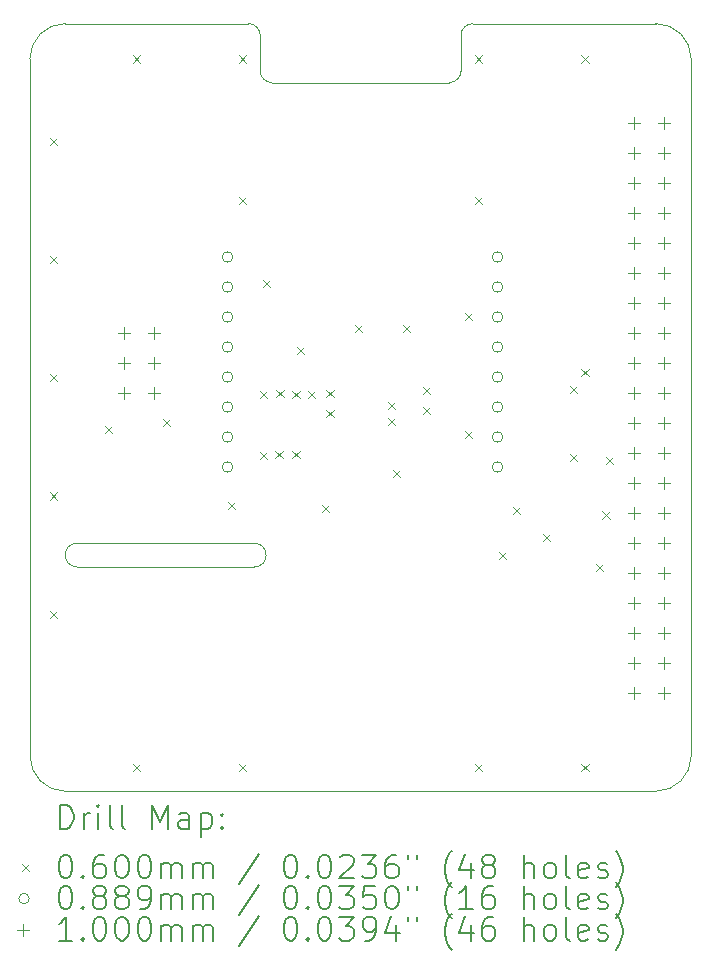
<source format=gbr>
%TF.GenerationSoftware,KiCad,Pcbnew,8.0.7+1*%
%TF.CreationDate,2025-02-19T14:48:12+01:00*%
%TF.ProjectId,ts15-rpi-shield,74733135-2d72-4706-992d-736869656c64,rev?*%
%TF.SameCoordinates,Original*%
%TF.FileFunction,Drillmap*%
%TF.FilePolarity,Positive*%
%FSLAX45Y45*%
G04 Gerber Fmt 4.5, Leading zero omitted, Abs format (unit mm)*
G04 Created by KiCad (PCBNEW 8.0.7+1) date 2025-02-19 14:48:12*
%MOMM*%
%LPD*%
G01*
G04 APERTURE LIST*
%ADD10C,0.100000*%
%ADD11C,0.200000*%
G04 APERTURE END LIST*
D10*
X11250000Y-7300000D02*
X11250000Y-13200000D01*
X13100000Y-7000000D02*
X11550000Y-7000000D01*
X13150000Y-11400000D02*
X11650000Y-11400000D01*
X13150000Y-11600000D02*
X11650000Y-11600000D01*
X13200000Y-7100000D02*
X13200000Y-7400000D01*
X14800000Y-7500000D02*
X13300000Y-7500000D01*
X14900000Y-7100000D02*
X14900000Y-7400000D01*
X16550000Y-7000000D02*
X15000000Y-7000000D01*
X16550000Y-13500000D02*
X11550000Y-13500000D01*
X16850000Y-7300000D02*
X16850000Y-13200000D01*
X11250000Y-7300000D02*
G75*
G02*
X11550000Y-7000000I300000J0D01*
G01*
X11550000Y-13500000D02*
G75*
G02*
X11250000Y-13200000I0J300000D01*
G01*
X11650000Y-11600000D02*
G75*
G02*
X11650000Y-11400000I0J100000D01*
G01*
X13100000Y-7000000D02*
G75*
G02*
X13200000Y-7100000I0J-100000D01*
G01*
X13150000Y-11400000D02*
G75*
G02*
X13150000Y-11600000I0J-100000D01*
G01*
X13300000Y-7500000D02*
G75*
G02*
X13200000Y-7400000I0J100000D01*
G01*
X14900000Y-7100000D02*
G75*
G02*
X15000000Y-7000000I100000J0D01*
G01*
X14900000Y-7400000D02*
G75*
G02*
X14800000Y-7500000I-100000J0D01*
G01*
X16550000Y-7000000D02*
G75*
G02*
X16850000Y-7300000I0J-300000D01*
G01*
X16850000Y-13200000D02*
G75*
G02*
X16550000Y-13500000I-300000J0D01*
G01*
D11*
D10*
X11420000Y-7970000D02*
X11480000Y-8030000D01*
X11480000Y-7970000D02*
X11420000Y-8030000D01*
X11420000Y-8970000D02*
X11480000Y-9030000D01*
X11480000Y-8970000D02*
X11420000Y-9030000D01*
X11420000Y-9970000D02*
X11480000Y-10030000D01*
X11480000Y-9970000D02*
X11420000Y-10030000D01*
X11420000Y-10970000D02*
X11480000Y-11030000D01*
X11480000Y-10970000D02*
X11420000Y-11030000D01*
X11420000Y-11970000D02*
X11480000Y-12030000D01*
X11480000Y-11970000D02*
X11420000Y-12030000D01*
X11887000Y-10408000D02*
X11947000Y-10468000D01*
X11947000Y-10408000D02*
X11887000Y-10468000D01*
X12120000Y-7270000D02*
X12180000Y-7330000D01*
X12180000Y-7270000D02*
X12120000Y-7330000D01*
X12120000Y-13270000D02*
X12180000Y-13330000D01*
X12180000Y-13270000D02*
X12120000Y-13330000D01*
X12376000Y-10351000D02*
X12436000Y-10411000D01*
X12436000Y-10351000D02*
X12376000Y-10411000D01*
X12930000Y-11050000D02*
X12990000Y-11110000D01*
X12990000Y-11050000D02*
X12930000Y-11110000D01*
X13020000Y-7270000D02*
X13080000Y-7330000D01*
X13080000Y-7270000D02*
X13020000Y-7330000D01*
X13020000Y-8470000D02*
X13080000Y-8530000D01*
X13080000Y-8470000D02*
X13020000Y-8530000D01*
X13020000Y-13270000D02*
X13080000Y-13330000D01*
X13080000Y-13270000D02*
X13020000Y-13330000D01*
X13198000Y-10108000D02*
X13258000Y-10168000D01*
X13258000Y-10108000D02*
X13198000Y-10168000D01*
X13198000Y-10627000D02*
X13258000Y-10687000D01*
X13258000Y-10627000D02*
X13198000Y-10687000D01*
X13220000Y-9170000D02*
X13280000Y-9230000D01*
X13280000Y-9170000D02*
X13220000Y-9230000D01*
X13329500Y-10622500D02*
X13389500Y-10682500D01*
X13389500Y-10622500D02*
X13329500Y-10682500D01*
X13338000Y-10105000D02*
X13398000Y-10165000D01*
X13398000Y-10105000D02*
X13338000Y-10165000D01*
X13473000Y-10112000D02*
X13533000Y-10172000D01*
X13533000Y-10112000D02*
X13473000Y-10172000D01*
X13473000Y-10621000D02*
X13533000Y-10681000D01*
X13533000Y-10621000D02*
X13473000Y-10681000D01*
X13515000Y-9737000D02*
X13575000Y-9797000D01*
X13575000Y-9737000D02*
X13515000Y-9797000D01*
X13607000Y-10112000D02*
X13667000Y-10172000D01*
X13667000Y-10112000D02*
X13607000Y-10172000D01*
X13720000Y-11073000D02*
X13780000Y-11133000D01*
X13780000Y-11073000D02*
X13720000Y-11133000D01*
X13761000Y-10106000D02*
X13821000Y-10166000D01*
X13821000Y-10106000D02*
X13761000Y-10166000D01*
X13761000Y-10275000D02*
X13821000Y-10335000D01*
X13821000Y-10275000D02*
X13761000Y-10335000D01*
X14001000Y-9551000D02*
X14061000Y-9611000D01*
X14061000Y-9551000D02*
X14001000Y-9611000D01*
X14283000Y-10205000D02*
X14343000Y-10265000D01*
X14343000Y-10205000D02*
X14283000Y-10265000D01*
X14283000Y-10336000D02*
X14343000Y-10396000D01*
X14343000Y-10336000D02*
X14283000Y-10396000D01*
X14321000Y-10777000D02*
X14381000Y-10837000D01*
X14381000Y-10777000D02*
X14321000Y-10837000D01*
X14405000Y-9550000D02*
X14465000Y-9610000D01*
X14465000Y-9550000D02*
X14405000Y-9610000D01*
X14578000Y-10076000D02*
X14638000Y-10136000D01*
X14638000Y-10076000D02*
X14578000Y-10136000D01*
X14578000Y-10250000D02*
X14638000Y-10310000D01*
X14638000Y-10250000D02*
X14578000Y-10310000D01*
X14930000Y-9450000D02*
X14990000Y-9510000D01*
X14990000Y-9450000D02*
X14930000Y-9510000D01*
X14930000Y-10450000D02*
X14990000Y-10510000D01*
X14990000Y-10450000D02*
X14930000Y-10510000D01*
X15020000Y-7270000D02*
X15080000Y-7330000D01*
X15080000Y-7270000D02*
X15020000Y-7330000D01*
X15020000Y-8470000D02*
X15080000Y-8530000D01*
X15080000Y-8470000D02*
X15020000Y-8530000D01*
X15020000Y-13270000D02*
X15080000Y-13330000D01*
X15080000Y-13270000D02*
X15020000Y-13330000D01*
X15220000Y-11470000D02*
X15280000Y-11530000D01*
X15280000Y-11470000D02*
X15220000Y-11530000D01*
X15338000Y-11093000D02*
X15398000Y-11153000D01*
X15398000Y-11093000D02*
X15338000Y-11153000D01*
X15595000Y-11320000D02*
X15655000Y-11380000D01*
X15655000Y-11320000D02*
X15595000Y-11380000D01*
X15820000Y-10070000D02*
X15880000Y-10130000D01*
X15880000Y-10070000D02*
X15820000Y-10130000D01*
X15820000Y-10645000D02*
X15880000Y-10705000D01*
X15880000Y-10645000D02*
X15820000Y-10705000D01*
X15920000Y-7270000D02*
X15980000Y-7330000D01*
X15980000Y-7270000D02*
X15920000Y-7330000D01*
X15920000Y-9924000D02*
X15980000Y-9984000D01*
X15980000Y-9924000D02*
X15920000Y-9984000D01*
X15920000Y-13270000D02*
X15980000Y-13330000D01*
X15980000Y-13270000D02*
X15920000Y-13330000D01*
X16039000Y-11576000D02*
X16099000Y-11636000D01*
X16099000Y-11576000D02*
X16039000Y-11636000D01*
X16098000Y-11131000D02*
X16158000Y-11191000D01*
X16158000Y-11131000D02*
X16098000Y-11191000D01*
X16124000Y-10667000D02*
X16184000Y-10727000D01*
X16184000Y-10667000D02*
X16124000Y-10727000D01*
X12968450Y-8977000D02*
G75*
G02*
X12879550Y-8977000I-44450J0D01*
G01*
X12879550Y-8977000D02*
G75*
G02*
X12968450Y-8977000I44450J0D01*
G01*
X12968450Y-9231000D02*
G75*
G02*
X12879550Y-9231000I-44450J0D01*
G01*
X12879550Y-9231000D02*
G75*
G02*
X12968450Y-9231000I44450J0D01*
G01*
X12968450Y-9485000D02*
G75*
G02*
X12879550Y-9485000I-44450J0D01*
G01*
X12879550Y-9485000D02*
G75*
G02*
X12968450Y-9485000I44450J0D01*
G01*
X12968450Y-9739000D02*
G75*
G02*
X12879550Y-9739000I-44450J0D01*
G01*
X12879550Y-9739000D02*
G75*
G02*
X12968450Y-9739000I44450J0D01*
G01*
X12968450Y-9993000D02*
G75*
G02*
X12879550Y-9993000I-44450J0D01*
G01*
X12879550Y-9993000D02*
G75*
G02*
X12968450Y-9993000I44450J0D01*
G01*
X12968450Y-10247000D02*
G75*
G02*
X12879550Y-10247000I-44450J0D01*
G01*
X12879550Y-10247000D02*
G75*
G02*
X12968450Y-10247000I44450J0D01*
G01*
X12968450Y-10501000D02*
G75*
G02*
X12879550Y-10501000I-44450J0D01*
G01*
X12879550Y-10501000D02*
G75*
G02*
X12968450Y-10501000I44450J0D01*
G01*
X12968450Y-10755000D02*
G75*
G02*
X12879550Y-10755000I-44450J0D01*
G01*
X12879550Y-10755000D02*
G75*
G02*
X12968450Y-10755000I44450J0D01*
G01*
X15254450Y-8977000D02*
G75*
G02*
X15165550Y-8977000I-44450J0D01*
G01*
X15165550Y-8977000D02*
G75*
G02*
X15254450Y-8977000I44450J0D01*
G01*
X15254450Y-9231000D02*
G75*
G02*
X15165550Y-9231000I-44450J0D01*
G01*
X15165550Y-9231000D02*
G75*
G02*
X15254450Y-9231000I44450J0D01*
G01*
X15254450Y-9485000D02*
G75*
G02*
X15165550Y-9485000I-44450J0D01*
G01*
X15165550Y-9485000D02*
G75*
G02*
X15254450Y-9485000I44450J0D01*
G01*
X15254450Y-9739000D02*
G75*
G02*
X15165550Y-9739000I-44450J0D01*
G01*
X15165550Y-9739000D02*
G75*
G02*
X15254450Y-9739000I44450J0D01*
G01*
X15254450Y-9993000D02*
G75*
G02*
X15165550Y-9993000I-44450J0D01*
G01*
X15165550Y-9993000D02*
G75*
G02*
X15254450Y-9993000I44450J0D01*
G01*
X15254450Y-10247000D02*
G75*
G02*
X15165550Y-10247000I-44450J0D01*
G01*
X15165550Y-10247000D02*
G75*
G02*
X15254450Y-10247000I44450J0D01*
G01*
X15254450Y-10501000D02*
G75*
G02*
X15165550Y-10501000I-44450J0D01*
G01*
X15165550Y-10501000D02*
G75*
G02*
X15254450Y-10501000I44450J0D01*
G01*
X15254450Y-10755000D02*
G75*
G02*
X15165550Y-10755000I-44450J0D01*
G01*
X15165550Y-10755000D02*
G75*
G02*
X15254450Y-10755000I44450J0D01*
G01*
X12047500Y-9569500D02*
X12047500Y-9669500D01*
X11997500Y-9619500D02*
X12097500Y-9619500D01*
X12047500Y-9823500D02*
X12047500Y-9923500D01*
X11997500Y-9873500D02*
X12097500Y-9873500D01*
X12047500Y-10077500D02*
X12047500Y-10177500D01*
X11997500Y-10127500D02*
X12097500Y-10127500D01*
X12301500Y-9569500D02*
X12301500Y-9669500D01*
X12251500Y-9619500D02*
X12351500Y-9619500D01*
X12301500Y-9823500D02*
X12301500Y-9923500D01*
X12251500Y-9873500D02*
X12351500Y-9873500D01*
X12301500Y-10077500D02*
X12301500Y-10177500D01*
X12251500Y-10127500D02*
X12351500Y-10127500D01*
X16362200Y-7790000D02*
X16362200Y-7890000D01*
X16312200Y-7840000D02*
X16412200Y-7840000D01*
X16362200Y-8044000D02*
X16362200Y-8144000D01*
X16312200Y-8094000D02*
X16412200Y-8094000D01*
X16362200Y-8298000D02*
X16362200Y-8398000D01*
X16312200Y-8348000D02*
X16412200Y-8348000D01*
X16362200Y-8552000D02*
X16362200Y-8652000D01*
X16312200Y-8602000D02*
X16412200Y-8602000D01*
X16362200Y-8806000D02*
X16362200Y-8906000D01*
X16312200Y-8856000D02*
X16412200Y-8856000D01*
X16362200Y-9060000D02*
X16362200Y-9160000D01*
X16312200Y-9110000D02*
X16412200Y-9110000D01*
X16362200Y-9314000D02*
X16362200Y-9414000D01*
X16312200Y-9364000D02*
X16412200Y-9364000D01*
X16362200Y-9568000D02*
X16362200Y-9668000D01*
X16312200Y-9618000D02*
X16412200Y-9618000D01*
X16362200Y-9822000D02*
X16362200Y-9922000D01*
X16312200Y-9872000D02*
X16412200Y-9872000D01*
X16362200Y-10076000D02*
X16362200Y-10176000D01*
X16312200Y-10126000D02*
X16412200Y-10126000D01*
X16362200Y-10330000D02*
X16362200Y-10430000D01*
X16312200Y-10380000D02*
X16412200Y-10380000D01*
X16362200Y-10584000D02*
X16362200Y-10684000D01*
X16312200Y-10634000D02*
X16412200Y-10634000D01*
X16362200Y-10838000D02*
X16362200Y-10938000D01*
X16312200Y-10888000D02*
X16412200Y-10888000D01*
X16362200Y-11092000D02*
X16362200Y-11192000D01*
X16312200Y-11142000D02*
X16412200Y-11142000D01*
X16362200Y-11346000D02*
X16362200Y-11446000D01*
X16312200Y-11396000D02*
X16412200Y-11396000D01*
X16362200Y-11600000D02*
X16362200Y-11700000D01*
X16312200Y-11650000D02*
X16412200Y-11650000D01*
X16362200Y-11854000D02*
X16362200Y-11954000D01*
X16312200Y-11904000D02*
X16412200Y-11904000D01*
X16362200Y-12108000D02*
X16362200Y-12208000D01*
X16312200Y-12158000D02*
X16412200Y-12158000D01*
X16362200Y-12362000D02*
X16362200Y-12462000D01*
X16312200Y-12412000D02*
X16412200Y-12412000D01*
X16362200Y-12616000D02*
X16362200Y-12716000D01*
X16312200Y-12666000D02*
X16412200Y-12666000D01*
X16616200Y-7790000D02*
X16616200Y-7890000D01*
X16566200Y-7840000D02*
X16666200Y-7840000D01*
X16616200Y-8044000D02*
X16616200Y-8144000D01*
X16566200Y-8094000D02*
X16666200Y-8094000D01*
X16616200Y-8298000D02*
X16616200Y-8398000D01*
X16566200Y-8348000D02*
X16666200Y-8348000D01*
X16616200Y-8552000D02*
X16616200Y-8652000D01*
X16566200Y-8602000D02*
X16666200Y-8602000D01*
X16616200Y-8806000D02*
X16616200Y-8906000D01*
X16566200Y-8856000D02*
X16666200Y-8856000D01*
X16616200Y-9060000D02*
X16616200Y-9160000D01*
X16566200Y-9110000D02*
X16666200Y-9110000D01*
X16616200Y-9314000D02*
X16616200Y-9414000D01*
X16566200Y-9364000D02*
X16666200Y-9364000D01*
X16616200Y-9568000D02*
X16616200Y-9668000D01*
X16566200Y-9618000D02*
X16666200Y-9618000D01*
X16616200Y-9822000D02*
X16616200Y-9922000D01*
X16566200Y-9872000D02*
X16666200Y-9872000D01*
X16616200Y-10076000D02*
X16616200Y-10176000D01*
X16566200Y-10126000D02*
X16666200Y-10126000D01*
X16616200Y-10330000D02*
X16616200Y-10430000D01*
X16566200Y-10380000D02*
X16666200Y-10380000D01*
X16616200Y-10584000D02*
X16616200Y-10684000D01*
X16566200Y-10634000D02*
X16666200Y-10634000D01*
X16616200Y-10838000D02*
X16616200Y-10938000D01*
X16566200Y-10888000D02*
X16666200Y-10888000D01*
X16616200Y-11092000D02*
X16616200Y-11192000D01*
X16566200Y-11142000D02*
X16666200Y-11142000D01*
X16616200Y-11346000D02*
X16616200Y-11446000D01*
X16566200Y-11396000D02*
X16666200Y-11396000D01*
X16616200Y-11600000D02*
X16616200Y-11700000D01*
X16566200Y-11650000D02*
X16666200Y-11650000D01*
X16616200Y-11854000D02*
X16616200Y-11954000D01*
X16566200Y-11904000D02*
X16666200Y-11904000D01*
X16616200Y-12108000D02*
X16616200Y-12208000D01*
X16566200Y-12158000D02*
X16666200Y-12158000D01*
X16616200Y-12362000D02*
X16616200Y-12462000D01*
X16566200Y-12412000D02*
X16666200Y-12412000D01*
X16616200Y-12616000D02*
X16616200Y-12716000D01*
X16566200Y-12666000D02*
X16666200Y-12666000D01*
D11*
X11505777Y-13816484D02*
X11505777Y-13616484D01*
X11505777Y-13616484D02*
X11553396Y-13616484D01*
X11553396Y-13616484D02*
X11581967Y-13626008D01*
X11581967Y-13626008D02*
X11601015Y-13645055D01*
X11601015Y-13645055D02*
X11610539Y-13664103D01*
X11610539Y-13664103D02*
X11620062Y-13702198D01*
X11620062Y-13702198D02*
X11620062Y-13730769D01*
X11620062Y-13730769D02*
X11610539Y-13768865D01*
X11610539Y-13768865D02*
X11601015Y-13787912D01*
X11601015Y-13787912D02*
X11581967Y-13806960D01*
X11581967Y-13806960D02*
X11553396Y-13816484D01*
X11553396Y-13816484D02*
X11505777Y-13816484D01*
X11705777Y-13816484D02*
X11705777Y-13683150D01*
X11705777Y-13721246D02*
X11715301Y-13702198D01*
X11715301Y-13702198D02*
X11724824Y-13692674D01*
X11724824Y-13692674D02*
X11743872Y-13683150D01*
X11743872Y-13683150D02*
X11762920Y-13683150D01*
X11829586Y-13816484D02*
X11829586Y-13683150D01*
X11829586Y-13616484D02*
X11820062Y-13626008D01*
X11820062Y-13626008D02*
X11829586Y-13635531D01*
X11829586Y-13635531D02*
X11839110Y-13626008D01*
X11839110Y-13626008D02*
X11829586Y-13616484D01*
X11829586Y-13616484D02*
X11829586Y-13635531D01*
X11953396Y-13816484D02*
X11934348Y-13806960D01*
X11934348Y-13806960D02*
X11924824Y-13787912D01*
X11924824Y-13787912D02*
X11924824Y-13616484D01*
X12058158Y-13816484D02*
X12039110Y-13806960D01*
X12039110Y-13806960D02*
X12029586Y-13787912D01*
X12029586Y-13787912D02*
X12029586Y-13616484D01*
X12286729Y-13816484D02*
X12286729Y-13616484D01*
X12286729Y-13616484D02*
X12353396Y-13759341D01*
X12353396Y-13759341D02*
X12420062Y-13616484D01*
X12420062Y-13616484D02*
X12420062Y-13816484D01*
X12601015Y-13816484D02*
X12601015Y-13711722D01*
X12601015Y-13711722D02*
X12591491Y-13692674D01*
X12591491Y-13692674D02*
X12572443Y-13683150D01*
X12572443Y-13683150D02*
X12534348Y-13683150D01*
X12534348Y-13683150D02*
X12515301Y-13692674D01*
X12601015Y-13806960D02*
X12581967Y-13816484D01*
X12581967Y-13816484D02*
X12534348Y-13816484D01*
X12534348Y-13816484D02*
X12515301Y-13806960D01*
X12515301Y-13806960D02*
X12505777Y-13787912D01*
X12505777Y-13787912D02*
X12505777Y-13768865D01*
X12505777Y-13768865D02*
X12515301Y-13749817D01*
X12515301Y-13749817D02*
X12534348Y-13740293D01*
X12534348Y-13740293D02*
X12581967Y-13740293D01*
X12581967Y-13740293D02*
X12601015Y-13730769D01*
X12696253Y-13683150D02*
X12696253Y-13883150D01*
X12696253Y-13692674D02*
X12715301Y-13683150D01*
X12715301Y-13683150D02*
X12753396Y-13683150D01*
X12753396Y-13683150D02*
X12772443Y-13692674D01*
X12772443Y-13692674D02*
X12781967Y-13702198D01*
X12781967Y-13702198D02*
X12791491Y-13721246D01*
X12791491Y-13721246D02*
X12791491Y-13778388D01*
X12791491Y-13778388D02*
X12781967Y-13797436D01*
X12781967Y-13797436D02*
X12772443Y-13806960D01*
X12772443Y-13806960D02*
X12753396Y-13816484D01*
X12753396Y-13816484D02*
X12715301Y-13816484D01*
X12715301Y-13816484D02*
X12696253Y-13806960D01*
X12877205Y-13797436D02*
X12886729Y-13806960D01*
X12886729Y-13806960D02*
X12877205Y-13816484D01*
X12877205Y-13816484D02*
X12867682Y-13806960D01*
X12867682Y-13806960D02*
X12877205Y-13797436D01*
X12877205Y-13797436D02*
X12877205Y-13816484D01*
X12877205Y-13692674D02*
X12886729Y-13702198D01*
X12886729Y-13702198D02*
X12877205Y-13711722D01*
X12877205Y-13711722D02*
X12867682Y-13702198D01*
X12867682Y-13702198D02*
X12877205Y-13692674D01*
X12877205Y-13692674D02*
X12877205Y-13711722D01*
D10*
X11185000Y-14115000D02*
X11245000Y-14175000D01*
X11245000Y-14115000D02*
X11185000Y-14175000D01*
D11*
X11543872Y-14036484D02*
X11562920Y-14036484D01*
X11562920Y-14036484D02*
X11581967Y-14046008D01*
X11581967Y-14046008D02*
X11591491Y-14055531D01*
X11591491Y-14055531D02*
X11601015Y-14074579D01*
X11601015Y-14074579D02*
X11610539Y-14112674D01*
X11610539Y-14112674D02*
X11610539Y-14160293D01*
X11610539Y-14160293D02*
X11601015Y-14198388D01*
X11601015Y-14198388D02*
X11591491Y-14217436D01*
X11591491Y-14217436D02*
X11581967Y-14226960D01*
X11581967Y-14226960D02*
X11562920Y-14236484D01*
X11562920Y-14236484D02*
X11543872Y-14236484D01*
X11543872Y-14236484D02*
X11524824Y-14226960D01*
X11524824Y-14226960D02*
X11515301Y-14217436D01*
X11515301Y-14217436D02*
X11505777Y-14198388D01*
X11505777Y-14198388D02*
X11496253Y-14160293D01*
X11496253Y-14160293D02*
X11496253Y-14112674D01*
X11496253Y-14112674D02*
X11505777Y-14074579D01*
X11505777Y-14074579D02*
X11515301Y-14055531D01*
X11515301Y-14055531D02*
X11524824Y-14046008D01*
X11524824Y-14046008D02*
X11543872Y-14036484D01*
X11696253Y-14217436D02*
X11705777Y-14226960D01*
X11705777Y-14226960D02*
X11696253Y-14236484D01*
X11696253Y-14236484D02*
X11686729Y-14226960D01*
X11686729Y-14226960D02*
X11696253Y-14217436D01*
X11696253Y-14217436D02*
X11696253Y-14236484D01*
X11877205Y-14036484D02*
X11839110Y-14036484D01*
X11839110Y-14036484D02*
X11820062Y-14046008D01*
X11820062Y-14046008D02*
X11810539Y-14055531D01*
X11810539Y-14055531D02*
X11791491Y-14084103D01*
X11791491Y-14084103D02*
X11781967Y-14122198D01*
X11781967Y-14122198D02*
X11781967Y-14198388D01*
X11781967Y-14198388D02*
X11791491Y-14217436D01*
X11791491Y-14217436D02*
X11801015Y-14226960D01*
X11801015Y-14226960D02*
X11820062Y-14236484D01*
X11820062Y-14236484D02*
X11858158Y-14236484D01*
X11858158Y-14236484D02*
X11877205Y-14226960D01*
X11877205Y-14226960D02*
X11886729Y-14217436D01*
X11886729Y-14217436D02*
X11896253Y-14198388D01*
X11896253Y-14198388D02*
X11896253Y-14150769D01*
X11896253Y-14150769D02*
X11886729Y-14131722D01*
X11886729Y-14131722D02*
X11877205Y-14122198D01*
X11877205Y-14122198D02*
X11858158Y-14112674D01*
X11858158Y-14112674D02*
X11820062Y-14112674D01*
X11820062Y-14112674D02*
X11801015Y-14122198D01*
X11801015Y-14122198D02*
X11791491Y-14131722D01*
X11791491Y-14131722D02*
X11781967Y-14150769D01*
X12020062Y-14036484D02*
X12039110Y-14036484D01*
X12039110Y-14036484D02*
X12058158Y-14046008D01*
X12058158Y-14046008D02*
X12067682Y-14055531D01*
X12067682Y-14055531D02*
X12077205Y-14074579D01*
X12077205Y-14074579D02*
X12086729Y-14112674D01*
X12086729Y-14112674D02*
X12086729Y-14160293D01*
X12086729Y-14160293D02*
X12077205Y-14198388D01*
X12077205Y-14198388D02*
X12067682Y-14217436D01*
X12067682Y-14217436D02*
X12058158Y-14226960D01*
X12058158Y-14226960D02*
X12039110Y-14236484D01*
X12039110Y-14236484D02*
X12020062Y-14236484D01*
X12020062Y-14236484D02*
X12001015Y-14226960D01*
X12001015Y-14226960D02*
X11991491Y-14217436D01*
X11991491Y-14217436D02*
X11981967Y-14198388D01*
X11981967Y-14198388D02*
X11972443Y-14160293D01*
X11972443Y-14160293D02*
X11972443Y-14112674D01*
X11972443Y-14112674D02*
X11981967Y-14074579D01*
X11981967Y-14074579D02*
X11991491Y-14055531D01*
X11991491Y-14055531D02*
X12001015Y-14046008D01*
X12001015Y-14046008D02*
X12020062Y-14036484D01*
X12210539Y-14036484D02*
X12229586Y-14036484D01*
X12229586Y-14036484D02*
X12248634Y-14046008D01*
X12248634Y-14046008D02*
X12258158Y-14055531D01*
X12258158Y-14055531D02*
X12267682Y-14074579D01*
X12267682Y-14074579D02*
X12277205Y-14112674D01*
X12277205Y-14112674D02*
X12277205Y-14160293D01*
X12277205Y-14160293D02*
X12267682Y-14198388D01*
X12267682Y-14198388D02*
X12258158Y-14217436D01*
X12258158Y-14217436D02*
X12248634Y-14226960D01*
X12248634Y-14226960D02*
X12229586Y-14236484D01*
X12229586Y-14236484D02*
X12210539Y-14236484D01*
X12210539Y-14236484D02*
X12191491Y-14226960D01*
X12191491Y-14226960D02*
X12181967Y-14217436D01*
X12181967Y-14217436D02*
X12172443Y-14198388D01*
X12172443Y-14198388D02*
X12162920Y-14160293D01*
X12162920Y-14160293D02*
X12162920Y-14112674D01*
X12162920Y-14112674D02*
X12172443Y-14074579D01*
X12172443Y-14074579D02*
X12181967Y-14055531D01*
X12181967Y-14055531D02*
X12191491Y-14046008D01*
X12191491Y-14046008D02*
X12210539Y-14036484D01*
X12362920Y-14236484D02*
X12362920Y-14103150D01*
X12362920Y-14122198D02*
X12372443Y-14112674D01*
X12372443Y-14112674D02*
X12391491Y-14103150D01*
X12391491Y-14103150D02*
X12420063Y-14103150D01*
X12420063Y-14103150D02*
X12439110Y-14112674D01*
X12439110Y-14112674D02*
X12448634Y-14131722D01*
X12448634Y-14131722D02*
X12448634Y-14236484D01*
X12448634Y-14131722D02*
X12458158Y-14112674D01*
X12458158Y-14112674D02*
X12477205Y-14103150D01*
X12477205Y-14103150D02*
X12505777Y-14103150D01*
X12505777Y-14103150D02*
X12524824Y-14112674D01*
X12524824Y-14112674D02*
X12534348Y-14131722D01*
X12534348Y-14131722D02*
X12534348Y-14236484D01*
X12629586Y-14236484D02*
X12629586Y-14103150D01*
X12629586Y-14122198D02*
X12639110Y-14112674D01*
X12639110Y-14112674D02*
X12658158Y-14103150D01*
X12658158Y-14103150D02*
X12686729Y-14103150D01*
X12686729Y-14103150D02*
X12705777Y-14112674D01*
X12705777Y-14112674D02*
X12715301Y-14131722D01*
X12715301Y-14131722D02*
X12715301Y-14236484D01*
X12715301Y-14131722D02*
X12724824Y-14112674D01*
X12724824Y-14112674D02*
X12743872Y-14103150D01*
X12743872Y-14103150D02*
X12772443Y-14103150D01*
X12772443Y-14103150D02*
X12791491Y-14112674D01*
X12791491Y-14112674D02*
X12801015Y-14131722D01*
X12801015Y-14131722D02*
X12801015Y-14236484D01*
X13191491Y-14026960D02*
X13020063Y-14284103D01*
X13448634Y-14036484D02*
X13467682Y-14036484D01*
X13467682Y-14036484D02*
X13486729Y-14046008D01*
X13486729Y-14046008D02*
X13496253Y-14055531D01*
X13496253Y-14055531D02*
X13505777Y-14074579D01*
X13505777Y-14074579D02*
X13515301Y-14112674D01*
X13515301Y-14112674D02*
X13515301Y-14160293D01*
X13515301Y-14160293D02*
X13505777Y-14198388D01*
X13505777Y-14198388D02*
X13496253Y-14217436D01*
X13496253Y-14217436D02*
X13486729Y-14226960D01*
X13486729Y-14226960D02*
X13467682Y-14236484D01*
X13467682Y-14236484D02*
X13448634Y-14236484D01*
X13448634Y-14236484D02*
X13429586Y-14226960D01*
X13429586Y-14226960D02*
X13420063Y-14217436D01*
X13420063Y-14217436D02*
X13410539Y-14198388D01*
X13410539Y-14198388D02*
X13401015Y-14160293D01*
X13401015Y-14160293D02*
X13401015Y-14112674D01*
X13401015Y-14112674D02*
X13410539Y-14074579D01*
X13410539Y-14074579D02*
X13420063Y-14055531D01*
X13420063Y-14055531D02*
X13429586Y-14046008D01*
X13429586Y-14046008D02*
X13448634Y-14036484D01*
X13601015Y-14217436D02*
X13610539Y-14226960D01*
X13610539Y-14226960D02*
X13601015Y-14236484D01*
X13601015Y-14236484D02*
X13591491Y-14226960D01*
X13591491Y-14226960D02*
X13601015Y-14217436D01*
X13601015Y-14217436D02*
X13601015Y-14236484D01*
X13734348Y-14036484D02*
X13753396Y-14036484D01*
X13753396Y-14036484D02*
X13772444Y-14046008D01*
X13772444Y-14046008D02*
X13781967Y-14055531D01*
X13781967Y-14055531D02*
X13791491Y-14074579D01*
X13791491Y-14074579D02*
X13801015Y-14112674D01*
X13801015Y-14112674D02*
X13801015Y-14160293D01*
X13801015Y-14160293D02*
X13791491Y-14198388D01*
X13791491Y-14198388D02*
X13781967Y-14217436D01*
X13781967Y-14217436D02*
X13772444Y-14226960D01*
X13772444Y-14226960D02*
X13753396Y-14236484D01*
X13753396Y-14236484D02*
X13734348Y-14236484D01*
X13734348Y-14236484D02*
X13715301Y-14226960D01*
X13715301Y-14226960D02*
X13705777Y-14217436D01*
X13705777Y-14217436D02*
X13696253Y-14198388D01*
X13696253Y-14198388D02*
X13686729Y-14160293D01*
X13686729Y-14160293D02*
X13686729Y-14112674D01*
X13686729Y-14112674D02*
X13696253Y-14074579D01*
X13696253Y-14074579D02*
X13705777Y-14055531D01*
X13705777Y-14055531D02*
X13715301Y-14046008D01*
X13715301Y-14046008D02*
X13734348Y-14036484D01*
X13877206Y-14055531D02*
X13886729Y-14046008D01*
X13886729Y-14046008D02*
X13905777Y-14036484D01*
X13905777Y-14036484D02*
X13953396Y-14036484D01*
X13953396Y-14036484D02*
X13972444Y-14046008D01*
X13972444Y-14046008D02*
X13981967Y-14055531D01*
X13981967Y-14055531D02*
X13991491Y-14074579D01*
X13991491Y-14074579D02*
X13991491Y-14093627D01*
X13991491Y-14093627D02*
X13981967Y-14122198D01*
X13981967Y-14122198D02*
X13867682Y-14236484D01*
X13867682Y-14236484D02*
X13991491Y-14236484D01*
X14058158Y-14036484D02*
X14181967Y-14036484D01*
X14181967Y-14036484D02*
X14115301Y-14112674D01*
X14115301Y-14112674D02*
X14143872Y-14112674D01*
X14143872Y-14112674D02*
X14162920Y-14122198D01*
X14162920Y-14122198D02*
X14172444Y-14131722D01*
X14172444Y-14131722D02*
X14181967Y-14150769D01*
X14181967Y-14150769D02*
X14181967Y-14198388D01*
X14181967Y-14198388D02*
X14172444Y-14217436D01*
X14172444Y-14217436D02*
X14162920Y-14226960D01*
X14162920Y-14226960D02*
X14143872Y-14236484D01*
X14143872Y-14236484D02*
X14086729Y-14236484D01*
X14086729Y-14236484D02*
X14067682Y-14226960D01*
X14067682Y-14226960D02*
X14058158Y-14217436D01*
X14353396Y-14036484D02*
X14315301Y-14036484D01*
X14315301Y-14036484D02*
X14296253Y-14046008D01*
X14296253Y-14046008D02*
X14286729Y-14055531D01*
X14286729Y-14055531D02*
X14267682Y-14084103D01*
X14267682Y-14084103D02*
X14258158Y-14122198D01*
X14258158Y-14122198D02*
X14258158Y-14198388D01*
X14258158Y-14198388D02*
X14267682Y-14217436D01*
X14267682Y-14217436D02*
X14277206Y-14226960D01*
X14277206Y-14226960D02*
X14296253Y-14236484D01*
X14296253Y-14236484D02*
X14334348Y-14236484D01*
X14334348Y-14236484D02*
X14353396Y-14226960D01*
X14353396Y-14226960D02*
X14362920Y-14217436D01*
X14362920Y-14217436D02*
X14372444Y-14198388D01*
X14372444Y-14198388D02*
X14372444Y-14150769D01*
X14372444Y-14150769D02*
X14362920Y-14131722D01*
X14362920Y-14131722D02*
X14353396Y-14122198D01*
X14353396Y-14122198D02*
X14334348Y-14112674D01*
X14334348Y-14112674D02*
X14296253Y-14112674D01*
X14296253Y-14112674D02*
X14277206Y-14122198D01*
X14277206Y-14122198D02*
X14267682Y-14131722D01*
X14267682Y-14131722D02*
X14258158Y-14150769D01*
X14448634Y-14036484D02*
X14448634Y-14074579D01*
X14524825Y-14036484D02*
X14524825Y-14074579D01*
X14820063Y-14312674D02*
X14810539Y-14303150D01*
X14810539Y-14303150D02*
X14791491Y-14274579D01*
X14791491Y-14274579D02*
X14781968Y-14255531D01*
X14781968Y-14255531D02*
X14772444Y-14226960D01*
X14772444Y-14226960D02*
X14762920Y-14179341D01*
X14762920Y-14179341D02*
X14762920Y-14141246D01*
X14762920Y-14141246D02*
X14772444Y-14093627D01*
X14772444Y-14093627D02*
X14781968Y-14065055D01*
X14781968Y-14065055D02*
X14791491Y-14046008D01*
X14791491Y-14046008D02*
X14810539Y-14017436D01*
X14810539Y-14017436D02*
X14820063Y-14007912D01*
X14981968Y-14103150D02*
X14981968Y-14236484D01*
X14934348Y-14026960D02*
X14886729Y-14169817D01*
X14886729Y-14169817D02*
X15010539Y-14169817D01*
X15115301Y-14122198D02*
X15096253Y-14112674D01*
X15096253Y-14112674D02*
X15086729Y-14103150D01*
X15086729Y-14103150D02*
X15077206Y-14084103D01*
X15077206Y-14084103D02*
X15077206Y-14074579D01*
X15077206Y-14074579D02*
X15086729Y-14055531D01*
X15086729Y-14055531D02*
X15096253Y-14046008D01*
X15096253Y-14046008D02*
X15115301Y-14036484D01*
X15115301Y-14036484D02*
X15153396Y-14036484D01*
X15153396Y-14036484D02*
X15172444Y-14046008D01*
X15172444Y-14046008D02*
X15181968Y-14055531D01*
X15181968Y-14055531D02*
X15191491Y-14074579D01*
X15191491Y-14074579D02*
X15191491Y-14084103D01*
X15191491Y-14084103D02*
X15181968Y-14103150D01*
X15181968Y-14103150D02*
X15172444Y-14112674D01*
X15172444Y-14112674D02*
X15153396Y-14122198D01*
X15153396Y-14122198D02*
X15115301Y-14122198D01*
X15115301Y-14122198D02*
X15096253Y-14131722D01*
X15096253Y-14131722D02*
X15086729Y-14141246D01*
X15086729Y-14141246D02*
X15077206Y-14160293D01*
X15077206Y-14160293D02*
X15077206Y-14198388D01*
X15077206Y-14198388D02*
X15086729Y-14217436D01*
X15086729Y-14217436D02*
X15096253Y-14226960D01*
X15096253Y-14226960D02*
X15115301Y-14236484D01*
X15115301Y-14236484D02*
X15153396Y-14236484D01*
X15153396Y-14236484D02*
X15172444Y-14226960D01*
X15172444Y-14226960D02*
X15181968Y-14217436D01*
X15181968Y-14217436D02*
X15191491Y-14198388D01*
X15191491Y-14198388D02*
X15191491Y-14160293D01*
X15191491Y-14160293D02*
X15181968Y-14141246D01*
X15181968Y-14141246D02*
X15172444Y-14131722D01*
X15172444Y-14131722D02*
X15153396Y-14122198D01*
X15429587Y-14236484D02*
X15429587Y-14036484D01*
X15515301Y-14236484D02*
X15515301Y-14131722D01*
X15515301Y-14131722D02*
X15505777Y-14112674D01*
X15505777Y-14112674D02*
X15486730Y-14103150D01*
X15486730Y-14103150D02*
X15458158Y-14103150D01*
X15458158Y-14103150D02*
X15439110Y-14112674D01*
X15439110Y-14112674D02*
X15429587Y-14122198D01*
X15639110Y-14236484D02*
X15620063Y-14226960D01*
X15620063Y-14226960D02*
X15610539Y-14217436D01*
X15610539Y-14217436D02*
X15601015Y-14198388D01*
X15601015Y-14198388D02*
X15601015Y-14141246D01*
X15601015Y-14141246D02*
X15610539Y-14122198D01*
X15610539Y-14122198D02*
X15620063Y-14112674D01*
X15620063Y-14112674D02*
X15639110Y-14103150D01*
X15639110Y-14103150D02*
X15667682Y-14103150D01*
X15667682Y-14103150D02*
X15686730Y-14112674D01*
X15686730Y-14112674D02*
X15696253Y-14122198D01*
X15696253Y-14122198D02*
X15705777Y-14141246D01*
X15705777Y-14141246D02*
X15705777Y-14198388D01*
X15705777Y-14198388D02*
X15696253Y-14217436D01*
X15696253Y-14217436D02*
X15686730Y-14226960D01*
X15686730Y-14226960D02*
X15667682Y-14236484D01*
X15667682Y-14236484D02*
X15639110Y-14236484D01*
X15820063Y-14236484D02*
X15801015Y-14226960D01*
X15801015Y-14226960D02*
X15791491Y-14207912D01*
X15791491Y-14207912D02*
X15791491Y-14036484D01*
X15972444Y-14226960D02*
X15953396Y-14236484D01*
X15953396Y-14236484D02*
X15915301Y-14236484D01*
X15915301Y-14236484D02*
X15896253Y-14226960D01*
X15896253Y-14226960D02*
X15886730Y-14207912D01*
X15886730Y-14207912D02*
X15886730Y-14131722D01*
X15886730Y-14131722D02*
X15896253Y-14112674D01*
X15896253Y-14112674D02*
X15915301Y-14103150D01*
X15915301Y-14103150D02*
X15953396Y-14103150D01*
X15953396Y-14103150D02*
X15972444Y-14112674D01*
X15972444Y-14112674D02*
X15981968Y-14131722D01*
X15981968Y-14131722D02*
X15981968Y-14150769D01*
X15981968Y-14150769D02*
X15886730Y-14169817D01*
X16058158Y-14226960D02*
X16077206Y-14236484D01*
X16077206Y-14236484D02*
X16115301Y-14236484D01*
X16115301Y-14236484D02*
X16134349Y-14226960D01*
X16134349Y-14226960D02*
X16143872Y-14207912D01*
X16143872Y-14207912D02*
X16143872Y-14198388D01*
X16143872Y-14198388D02*
X16134349Y-14179341D01*
X16134349Y-14179341D02*
X16115301Y-14169817D01*
X16115301Y-14169817D02*
X16086730Y-14169817D01*
X16086730Y-14169817D02*
X16067682Y-14160293D01*
X16067682Y-14160293D02*
X16058158Y-14141246D01*
X16058158Y-14141246D02*
X16058158Y-14131722D01*
X16058158Y-14131722D02*
X16067682Y-14112674D01*
X16067682Y-14112674D02*
X16086730Y-14103150D01*
X16086730Y-14103150D02*
X16115301Y-14103150D01*
X16115301Y-14103150D02*
X16134349Y-14112674D01*
X16210539Y-14312674D02*
X16220063Y-14303150D01*
X16220063Y-14303150D02*
X16239111Y-14274579D01*
X16239111Y-14274579D02*
X16248634Y-14255531D01*
X16248634Y-14255531D02*
X16258158Y-14226960D01*
X16258158Y-14226960D02*
X16267682Y-14179341D01*
X16267682Y-14179341D02*
X16267682Y-14141246D01*
X16267682Y-14141246D02*
X16258158Y-14093627D01*
X16258158Y-14093627D02*
X16248634Y-14065055D01*
X16248634Y-14065055D02*
X16239111Y-14046008D01*
X16239111Y-14046008D02*
X16220063Y-14017436D01*
X16220063Y-14017436D02*
X16210539Y-14007912D01*
D10*
X11245000Y-14409000D02*
G75*
G02*
X11156100Y-14409000I-44450J0D01*
G01*
X11156100Y-14409000D02*
G75*
G02*
X11245000Y-14409000I44450J0D01*
G01*
D11*
X11543872Y-14300484D02*
X11562920Y-14300484D01*
X11562920Y-14300484D02*
X11581967Y-14310008D01*
X11581967Y-14310008D02*
X11591491Y-14319531D01*
X11591491Y-14319531D02*
X11601015Y-14338579D01*
X11601015Y-14338579D02*
X11610539Y-14376674D01*
X11610539Y-14376674D02*
X11610539Y-14424293D01*
X11610539Y-14424293D02*
X11601015Y-14462388D01*
X11601015Y-14462388D02*
X11591491Y-14481436D01*
X11591491Y-14481436D02*
X11581967Y-14490960D01*
X11581967Y-14490960D02*
X11562920Y-14500484D01*
X11562920Y-14500484D02*
X11543872Y-14500484D01*
X11543872Y-14500484D02*
X11524824Y-14490960D01*
X11524824Y-14490960D02*
X11515301Y-14481436D01*
X11515301Y-14481436D02*
X11505777Y-14462388D01*
X11505777Y-14462388D02*
X11496253Y-14424293D01*
X11496253Y-14424293D02*
X11496253Y-14376674D01*
X11496253Y-14376674D02*
X11505777Y-14338579D01*
X11505777Y-14338579D02*
X11515301Y-14319531D01*
X11515301Y-14319531D02*
X11524824Y-14310008D01*
X11524824Y-14310008D02*
X11543872Y-14300484D01*
X11696253Y-14481436D02*
X11705777Y-14490960D01*
X11705777Y-14490960D02*
X11696253Y-14500484D01*
X11696253Y-14500484D02*
X11686729Y-14490960D01*
X11686729Y-14490960D02*
X11696253Y-14481436D01*
X11696253Y-14481436D02*
X11696253Y-14500484D01*
X11820062Y-14386198D02*
X11801015Y-14376674D01*
X11801015Y-14376674D02*
X11791491Y-14367150D01*
X11791491Y-14367150D02*
X11781967Y-14348103D01*
X11781967Y-14348103D02*
X11781967Y-14338579D01*
X11781967Y-14338579D02*
X11791491Y-14319531D01*
X11791491Y-14319531D02*
X11801015Y-14310008D01*
X11801015Y-14310008D02*
X11820062Y-14300484D01*
X11820062Y-14300484D02*
X11858158Y-14300484D01*
X11858158Y-14300484D02*
X11877205Y-14310008D01*
X11877205Y-14310008D02*
X11886729Y-14319531D01*
X11886729Y-14319531D02*
X11896253Y-14338579D01*
X11896253Y-14338579D02*
X11896253Y-14348103D01*
X11896253Y-14348103D02*
X11886729Y-14367150D01*
X11886729Y-14367150D02*
X11877205Y-14376674D01*
X11877205Y-14376674D02*
X11858158Y-14386198D01*
X11858158Y-14386198D02*
X11820062Y-14386198D01*
X11820062Y-14386198D02*
X11801015Y-14395722D01*
X11801015Y-14395722D02*
X11791491Y-14405246D01*
X11791491Y-14405246D02*
X11781967Y-14424293D01*
X11781967Y-14424293D02*
X11781967Y-14462388D01*
X11781967Y-14462388D02*
X11791491Y-14481436D01*
X11791491Y-14481436D02*
X11801015Y-14490960D01*
X11801015Y-14490960D02*
X11820062Y-14500484D01*
X11820062Y-14500484D02*
X11858158Y-14500484D01*
X11858158Y-14500484D02*
X11877205Y-14490960D01*
X11877205Y-14490960D02*
X11886729Y-14481436D01*
X11886729Y-14481436D02*
X11896253Y-14462388D01*
X11896253Y-14462388D02*
X11896253Y-14424293D01*
X11896253Y-14424293D02*
X11886729Y-14405246D01*
X11886729Y-14405246D02*
X11877205Y-14395722D01*
X11877205Y-14395722D02*
X11858158Y-14386198D01*
X12010539Y-14386198D02*
X11991491Y-14376674D01*
X11991491Y-14376674D02*
X11981967Y-14367150D01*
X11981967Y-14367150D02*
X11972443Y-14348103D01*
X11972443Y-14348103D02*
X11972443Y-14338579D01*
X11972443Y-14338579D02*
X11981967Y-14319531D01*
X11981967Y-14319531D02*
X11991491Y-14310008D01*
X11991491Y-14310008D02*
X12010539Y-14300484D01*
X12010539Y-14300484D02*
X12048634Y-14300484D01*
X12048634Y-14300484D02*
X12067682Y-14310008D01*
X12067682Y-14310008D02*
X12077205Y-14319531D01*
X12077205Y-14319531D02*
X12086729Y-14338579D01*
X12086729Y-14338579D02*
X12086729Y-14348103D01*
X12086729Y-14348103D02*
X12077205Y-14367150D01*
X12077205Y-14367150D02*
X12067682Y-14376674D01*
X12067682Y-14376674D02*
X12048634Y-14386198D01*
X12048634Y-14386198D02*
X12010539Y-14386198D01*
X12010539Y-14386198D02*
X11991491Y-14395722D01*
X11991491Y-14395722D02*
X11981967Y-14405246D01*
X11981967Y-14405246D02*
X11972443Y-14424293D01*
X11972443Y-14424293D02*
X11972443Y-14462388D01*
X11972443Y-14462388D02*
X11981967Y-14481436D01*
X11981967Y-14481436D02*
X11991491Y-14490960D01*
X11991491Y-14490960D02*
X12010539Y-14500484D01*
X12010539Y-14500484D02*
X12048634Y-14500484D01*
X12048634Y-14500484D02*
X12067682Y-14490960D01*
X12067682Y-14490960D02*
X12077205Y-14481436D01*
X12077205Y-14481436D02*
X12086729Y-14462388D01*
X12086729Y-14462388D02*
X12086729Y-14424293D01*
X12086729Y-14424293D02*
X12077205Y-14405246D01*
X12077205Y-14405246D02*
X12067682Y-14395722D01*
X12067682Y-14395722D02*
X12048634Y-14386198D01*
X12181967Y-14500484D02*
X12220062Y-14500484D01*
X12220062Y-14500484D02*
X12239110Y-14490960D01*
X12239110Y-14490960D02*
X12248634Y-14481436D01*
X12248634Y-14481436D02*
X12267682Y-14452865D01*
X12267682Y-14452865D02*
X12277205Y-14414769D01*
X12277205Y-14414769D02*
X12277205Y-14338579D01*
X12277205Y-14338579D02*
X12267682Y-14319531D01*
X12267682Y-14319531D02*
X12258158Y-14310008D01*
X12258158Y-14310008D02*
X12239110Y-14300484D01*
X12239110Y-14300484D02*
X12201015Y-14300484D01*
X12201015Y-14300484D02*
X12181967Y-14310008D01*
X12181967Y-14310008D02*
X12172443Y-14319531D01*
X12172443Y-14319531D02*
X12162920Y-14338579D01*
X12162920Y-14338579D02*
X12162920Y-14386198D01*
X12162920Y-14386198D02*
X12172443Y-14405246D01*
X12172443Y-14405246D02*
X12181967Y-14414769D01*
X12181967Y-14414769D02*
X12201015Y-14424293D01*
X12201015Y-14424293D02*
X12239110Y-14424293D01*
X12239110Y-14424293D02*
X12258158Y-14414769D01*
X12258158Y-14414769D02*
X12267682Y-14405246D01*
X12267682Y-14405246D02*
X12277205Y-14386198D01*
X12362920Y-14500484D02*
X12362920Y-14367150D01*
X12362920Y-14386198D02*
X12372443Y-14376674D01*
X12372443Y-14376674D02*
X12391491Y-14367150D01*
X12391491Y-14367150D02*
X12420063Y-14367150D01*
X12420063Y-14367150D02*
X12439110Y-14376674D01*
X12439110Y-14376674D02*
X12448634Y-14395722D01*
X12448634Y-14395722D02*
X12448634Y-14500484D01*
X12448634Y-14395722D02*
X12458158Y-14376674D01*
X12458158Y-14376674D02*
X12477205Y-14367150D01*
X12477205Y-14367150D02*
X12505777Y-14367150D01*
X12505777Y-14367150D02*
X12524824Y-14376674D01*
X12524824Y-14376674D02*
X12534348Y-14395722D01*
X12534348Y-14395722D02*
X12534348Y-14500484D01*
X12629586Y-14500484D02*
X12629586Y-14367150D01*
X12629586Y-14386198D02*
X12639110Y-14376674D01*
X12639110Y-14376674D02*
X12658158Y-14367150D01*
X12658158Y-14367150D02*
X12686729Y-14367150D01*
X12686729Y-14367150D02*
X12705777Y-14376674D01*
X12705777Y-14376674D02*
X12715301Y-14395722D01*
X12715301Y-14395722D02*
X12715301Y-14500484D01*
X12715301Y-14395722D02*
X12724824Y-14376674D01*
X12724824Y-14376674D02*
X12743872Y-14367150D01*
X12743872Y-14367150D02*
X12772443Y-14367150D01*
X12772443Y-14367150D02*
X12791491Y-14376674D01*
X12791491Y-14376674D02*
X12801015Y-14395722D01*
X12801015Y-14395722D02*
X12801015Y-14500484D01*
X13191491Y-14290960D02*
X13020063Y-14548103D01*
X13448634Y-14300484D02*
X13467682Y-14300484D01*
X13467682Y-14300484D02*
X13486729Y-14310008D01*
X13486729Y-14310008D02*
X13496253Y-14319531D01*
X13496253Y-14319531D02*
X13505777Y-14338579D01*
X13505777Y-14338579D02*
X13515301Y-14376674D01*
X13515301Y-14376674D02*
X13515301Y-14424293D01*
X13515301Y-14424293D02*
X13505777Y-14462388D01*
X13505777Y-14462388D02*
X13496253Y-14481436D01*
X13496253Y-14481436D02*
X13486729Y-14490960D01*
X13486729Y-14490960D02*
X13467682Y-14500484D01*
X13467682Y-14500484D02*
X13448634Y-14500484D01*
X13448634Y-14500484D02*
X13429586Y-14490960D01*
X13429586Y-14490960D02*
X13420063Y-14481436D01*
X13420063Y-14481436D02*
X13410539Y-14462388D01*
X13410539Y-14462388D02*
X13401015Y-14424293D01*
X13401015Y-14424293D02*
X13401015Y-14376674D01*
X13401015Y-14376674D02*
X13410539Y-14338579D01*
X13410539Y-14338579D02*
X13420063Y-14319531D01*
X13420063Y-14319531D02*
X13429586Y-14310008D01*
X13429586Y-14310008D02*
X13448634Y-14300484D01*
X13601015Y-14481436D02*
X13610539Y-14490960D01*
X13610539Y-14490960D02*
X13601015Y-14500484D01*
X13601015Y-14500484D02*
X13591491Y-14490960D01*
X13591491Y-14490960D02*
X13601015Y-14481436D01*
X13601015Y-14481436D02*
X13601015Y-14500484D01*
X13734348Y-14300484D02*
X13753396Y-14300484D01*
X13753396Y-14300484D02*
X13772444Y-14310008D01*
X13772444Y-14310008D02*
X13781967Y-14319531D01*
X13781967Y-14319531D02*
X13791491Y-14338579D01*
X13791491Y-14338579D02*
X13801015Y-14376674D01*
X13801015Y-14376674D02*
X13801015Y-14424293D01*
X13801015Y-14424293D02*
X13791491Y-14462388D01*
X13791491Y-14462388D02*
X13781967Y-14481436D01*
X13781967Y-14481436D02*
X13772444Y-14490960D01*
X13772444Y-14490960D02*
X13753396Y-14500484D01*
X13753396Y-14500484D02*
X13734348Y-14500484D01*
X13734348Y-14500484D02*
X13715301Y-14490960D01*
X13715301Y-14490960D02*
X13705777Y-14481436D01*
X13705777Y-14481436D02*
X13696253Y-14462388D01*
X13696253Y-14462388D02*
X13686729Y-14424293D01*
X13686729Y-14424293D02*
X13686729Y-14376674D01*
X13686729Y-14376674D02*
X13696253Y-14338579D01*
X13696253Y-14338579D02*
X13705777Y-14319531D01*
X13705777Y-14319531D02*
X13715301Y-14310008D01*
X13715301Y-14310008D02*
X13734348Y-14300484D01*
X13867682Y-14300484D02*
X13991491Y-14300484D01*
X13991491Y-14300484D02*
X13924825Y-14376674D01*
X13924825Y-14376674D02*
X13953396Y-14376674D01*
X13953396Y-14376674D02*
X13972444Y-14386198D01*
X13972444Y-14386198D02*
X13981967Y-14395722D01*
X13981967Y-14395722D02*
X13991491Y-14414769D01*
X13991491Y-14414769D02*
X13991491Y-14462388D01*
X13991491Y-14462388D02*
X13981967Y-14481436D01*
X13981967Y-14481436D02*
X13972444Y-14490960D01*
X13972444Y-14490960D02*
X13953396Y-14500484D01*
X13953396Y-14500484D02*
X13896253Y-14500484D01*
X13896253Y-14500484D02*
X13877206Y-14490960D01*
X13877206Y-14490960D02*
X13867682Y-14481436D01*
X14172444Y-14300484D02*
X14077206Y-14300484D01*
X14077206Y-14300484D02*
X14067682Y-14395722D01*
X14067682Y-14395722D02*
X14077206Y-14386198D01*
X14077206Y-14386198D02*
X14096253Y-14376674D01*
X14096253Y-14376674D02*
X14143872Y-14376674D01*
X14143872Y-14376674D02*
X14162920Y-14386198D01*
X14162920Y-14386198D02*
X14172444Y-14395722D01*
X14172444Y-14395722D02*
X14181967Y-14414769D01*
X14181967Y-14414769D02*
X14181967Y-14462388D01*
X14181967Y-14462388D02*
X14172444Y-14481436D01*
X14172444Y-14481436D02*
X14162920Y-14490960D01*
X14162920Y-14490960D02*
X14143872Y-14500484D01*
X14143872Y-14500484D02*
X14096253Y-14500484D01*
X14096253Y-14500484D02*
X14077206Y-14490960D01*
X14077206Y-14490960D02*
X14067682Y-14481436D01*
X14305777Y-14300484D02*
X14324825Y-14300484D01*
X14324825Y-14300484D02*
X14343872Y-14310008D01*
X14343872Y-14310008D02*
X14353396Y-14319531D01*
X14353396Y-14319531D02*
X14362920Y-14338579D01*
X14362920Y-14338579D02*
X14372444Y-14376674D01*
X14372444Y-14376674D02*
X14372444Y-14424293D01*
X14372444Y-14424293D02*
X14362920Y-14462388D01*
X14362920Y-14462388D02*
X14353396Y-14481436D01*
X14353396Y-14481436D02*
X14343872Y-14490960D01*
X14343872Y-14490960D02*
X14324825Y-14500484D01*
X14324825Y-14500484D02*
X14305777Y-14500484D01*
X14305777Y-14500484D02*
X14286729Y-14490960D01*
X14286729Y-14490960D02*
X14277206Y-14481436D01*
X14277206Y-14481436D02*
X14267682Y-14462388D01*
X14267682Y-14462388D02*
X14258158Y-14424293D01*
X14258158Y-14424293D02*
X14258158Y-14376674D01*
X14258158Y-14376674D02*
X14267682Y-14338579D01*
X14267682Y-14338579D02*
X14277206Y-14319531D01*
X14277206Y-14319531D02*
X14286729Y-14310008D01*
X14286729Y-14310008D02*
X14305777Y-14300484D01*
X14448634Y-14300484D02*
X14448634Y-14338579D01*
X14524825Y-14300484D02*
X14524825Y-14338579D01*
X14820063Y-14576674D02*
X14810539Y-14567150D01*
X14810539Y-14567150D02*
X14791491Y-14538579D01*
X14791491Y-14538579D02*
X14781968Y-14519531D01*
X14781968Y-14519531D02*
X14772444Y-14490960D01*
X14772444Y-14490960D02*
X14762920Y-14443341D01*
X14762920Y-14443341D02*
X14762920Y-14405246D01*
X14762920Y-14405246D02*
X14772444Y-14357627D01*
X14772444Y-14357627D02*
X14781968Y-14329055D01*
X14781968Y-14329055D02*
X14791491Y-14310008D01*
X14791491Y-14310008D02*
X14810539Y-14281436D01*
X14810539Y-14281436D02*
X14820063Y-14271912D01*
X15001015Y-14500484D02*
X14886729Y-14500484D01*
X14943872Y-14500484D02*
X14943872Y-14300484D01*
X14943872Y-14300484D02*
X14924825Y-14329055D01*
X14924825Y-14329055D02*
X14905777Y-14348103D01*
X14905777Y-14348103D02*
X14886729Y-14357627D01*
X15172444Y-14300484D02*
X15134348Y-14300484D01*
X15134348Y-14300484D02*
X15115301Y-14310008D01*
X15115301Y-14310008D02*
X15105777Y-14319531D01*
X15105777Y-14319531D02*
X15086729Y-14348103D01*
X15086729Y-14348103D02*
X15077206Y-14386198D01*
X15077206Y-14386198D02*
X15077206Y-14462388D01*
X15077206Y-14462388D02*
X15086729Y-14481436D01*
X15086729Y-14481436D02*
X15096253Y-14490960D01*
X15096253Y-14490960D02*
X15115301Y-14500484D01*
X15115301Y-14500484D02*
X15153396Y-14500484D01*
X15153396Y-14500484D02*
X15172444Y-14490960D01*
X15172444Y-14490960D02*
X15181968Y-14481436D01*
X15181968Y-14481436D02*
X15191491Y-14462388D01*
X15191491Y-14462388D02*
X15191491Y-14414769D01*
X15191491Y-14414769D02*
X15181968Y-14395722D01*
X15181968Y-14395722D02*
X15172444Y-14386198D01*
X15172444Y-14386198D02*
X15153396Y-14376674D01*
X15153396Y-14376674D02*
X15115301Y-14376674D01*
X15115301Y-14376674D02*
X15096253Y-14386198D01*
X15096253Y-14386198D02*
X15086729Y-14395722D01*
X15086729Y-14395722D02*
X15077206Y-14414769D01*
X15429587Y-14500484D02*
X15429587Y-14300484D01*
X15515301Y-14500484D02*
X15515301Y-14395722D01*
X15515301Y-14395722D02*
X15505777Y-14376674D01*
X15505777Y-14376674D02*
X15486730Y-14367150D01*
X15486730Y-14367150D02*
X15458158Y-14367150D01*
X15458158Y-14367150D02*
X15439110Y-14376674D01*
X15439110Y-14376674D02*
X15429587Y-14386198D01*
X15639110Y-14500484D02*
X15620063Y-14490960D01*
X15620063Y-14490960D02*
X15610539Y-14481436D01*
X15610539Y-14481436D02*
X15601015Y-14462388D01*
X15601015Y-14462388D02*
X15601015Y-14405246D01*
X15601015Y-14405246D02*
X15610539Y-14386198D01*
X15610539Y-14386198D02*
X15620063Y-14376674D01*
X15620063Y-14376674D02*
X15639110Y-14367150D01*
X15639110Y-14367150D02*
X15667682Y-14367150D01*
X15667682Y-14367150D02*
X15686730Y-14376674D01*
X15686730Y-14376674D02*
X15696253Y-14386198D01*
X15696253Y-14386198D02*
X15705777Y-14405246D01*
X15705777Y-14405246D02*
X15705777Y-14462388D01*
X15705777Y-14462388D02*
X15696253Y-14481436D01*
X15696253Y-14481436D02*
X15686730Y-14490960D01*
X15686730Y-14490960D02*
X15667682Y-14500484D01*
X15667682Y-14500484D02*
X15639110Y-14500484D01*
X15820063Y-14500484D02*
X15801015Y-14490960D01*
X15801015Y-14490960D02*
X15791491Y-14471912D01*
X15791491Y-14471912D02*
X15791491Y-14300484D01*
X15972444Y-14490960D02*
X15953396Y-14500484D01*
X15953396Y-14500484D02*
X15915301Y-14500484D01*
X15915301Y-14500484D02*
X15896253Y-14490960D01*
X15896253Y-14490960D02*
X15886730Y-14471912D01*
X15886730Y-14471912D02*
X15886730Y-14395722D01*
X15886730Y-14395722D02*
X15896253Y-14376674D01*
X15896253Y-14376674D02*
X15915301Y-14367150D01*
X15915301Y-14367150D02*
X15953396Y-14367150D01*
X15953396Y-14367150D02*
X15972444Y-14376674D01*
X15972444Y-14376674D02*
X15981968Y-14395722D01*
X15981968Y-14395722D02*
X15981968Y-14414769D01*
X15981968Y-14414769D02*
X15886730Y-14433817D01*
X16058158Y-14490960D02*
X16077206Y-14500484D01*
X16077206Y-14500484D02*
X16115301Y-14500484D01*
X16115301Y-14500484D02*
X16134349Y-14490960D01*
X16134349Y-14490960D02*
X16143872Y-14471912D01*
X16143872Y-14471912D02*
X16143872Y-14462388D01*
X16143872Y-14462388D02*
X16134349Y-14443341D01*
X16134349Y-14443341D02*
X16115301Y-14433817D01*
X16115301Y-14433817D02*
X16086730Y-14433817D01*
X16086730Y-14433817D02*
X16067682Y-14424293D01*
X16067682Y-14424293D02*
X16058158Y-14405246D01*
X16058158Y-14405246D02*
X16058158Y-14395722D01*
X16058158Y-14395722D02*
X16067682Y-14376674D01*
X16067682Y-14376674D02*
X16086730Y-14367150D01*
X16086730Y-14367150D02*
X16115301Y-14367150D01*
X16115301Y-14367150D02*
X16134349Y-14376674D01*
X16210539Y-14576674D02*
X16220063Y-14567150D01*
X16220063Y-14567150D02*
X16239111Y-14538579D01*
X16239111Y-14538579D02*
X16248634Y-14519531D01*
X16248634Y-14519531D02*
X16258158Y-14490960D01*
X16258158Y-14490960D02*
X16267682Y-14443341D01*
X16267682Y-14443341D02*
X16267682Y-14405246D01*
X16267682Y-14405246D02*
X16258158Y-14357627D01*
X16258158Y-14357627D02*
X16248634Y-14329055D01*
X16248634Y-14329055D02*
X16239111Y-14310008D01*
X16239111Y-14310008D02*
X16220063Y-14281436D01*
X16220063Y-14281436D02*
X16210539Y-14271912D01*
D10*
X11195000Y-14623000D02*
X11195000Y-14723000D01*
X11145000Y-14673000D02*
X11245000Y-14673000D01*
D11*
X11610539Y-14764484D02*
X11496253Y-14764484D01*
X11553396Y-14764484D02*
X11553396Y-14564484D01*
X11553396Y-14564484D02*
X11534348Y-14593055D01*
X11534348Y-14593055D02*
X11515301Y-14612103D01*
X11515301Y-14612103D02*
X11496253Y-14621627D01*
X11696253Y-14745436D02*
X11705777Y-14754960D01*
X11705777Y-14754960D02*
X11696253Y-14764484D01*
X11696253Y-14764484D02*
X11686729Y-14754960D01*
X11686729Y-14754960D02*
X11696253Y-14745436D01*
X11696253Y-14745436D02*
X11696253Y-14764484D01*
X11829586Y-14564484D02*
X11848634Y-14564484D01*
X11848634Y-14564484D02*
X11867682Y-14574008D01*
X11867682Y-14574008D02*
X11877205Y-14583531D01*
X11877205Y-14583531D02*
X11886729Y-14602579D01*
X11886729Y-14602579D02*
X11896253Y-14640674D01*
X11896253Y-14640674D02*
X11896253Y-14688293D01*
X11896253Y-14688293D02*
X11886729Y-14726388D01*
X11886729Y-14726388D02*
X11877205Y-14745436D01*
X11877205Y-14745436D02*
X11867682Y-14754960D01*
X11867682Y-14754960D02*
X11848634Y-14764484D01*
X11848634Y-14764484D02*
X11829586Y-14764484D01*
X11829586Y-14764484D02*
X11810539Y-14754960D01*
X11810539Y-14754960D02*
X11801015Y-14745436D01*
X11801015Y-14745436D02*
X11791491Y-14726388D01*
X11791491Y-14726388D02*
X11781967Y-14688293D01*
X11781967Y-14688293D02*
X11781967Y-14640674D01*
X11781967Y-14640674D02*
X11791491Y-14602579D01*
X11791491Y-14602579D02*
X11801015Y-14583531D01*
X11801015Y-14583531D02*
X11810539Y-14574008D01*
X11810539Y-14574008D02*
X11829586Y-14564484D01*
X12020062Y-14564484D02*
X12039110Y-14564484D01*
X12039110Y-14564484D02*
X12058158Y-14574008D01*
X12058158Y-14574008D02*
X12067682Y-14583531D01*
X12067682Y-14583531D02*
X12077205Y-14602579D01*
X12077205Y-14602579D02*
X12086729Y-14640674D01*
X12086729Y-14640674D02*
X12086729Y-14688293D01*
X12086729Y-14688293D02*
X12077205Y-14726388D01*
X12077205Y-14726388D02*
X12067682Y-14745436D01*
X12067682Y-14745436D02*
X12058158Y-14754960D01*
X12058158Y-14754960D02*
X12039110Y-14764484D01*
X12039110Y-14764484D02*
X12020062Y-14764484D01*
X12020062Y-14764484D02*
X12001015Y-14754960D01*
X12001015Y-14754960D02*
X11991491Y-14745436D01*
X11991491Y-14745436D02*
X11981967Y-14726388D01*
X11981967Y-14726388D02*
X11972443Y-14688293D01*
X11972443Y-14688293D02*
X11972443Y-14640674D01*
X11972443Y-14640674D02*
X11981967Y-14602579D01*
X11981967Y-14602579D02*
X11991491Y-14583531D01*
X11991491Y-14583531D02*
X12001015Y-14574008D01*
X12001015Y-14574008D02*
X12020062Y-14564484D01*
X12210539Y-14564484D02*
X12229586Y-14564484D01*
X12229586Y-14564484D02*
X12248634Y-14574008D01*
X12248634Y-14574008D02*
X12258158Y-14583531D01*
X12258158Y-14583531D02*
X12267682Y-14602579D01*
X12267682Y-14602579D02*
X12277205Y-14640674D01*
X12277205Y-14640674D02*
X12277205Y-14688293D01*
X12277205Y-14688293D02*
X12267682Y-14726388D01*
X12267682Y-14726388D02*
X12258158Y-14745436D01*
X12258158Y-14745436D02*
X12248634Y-14754960D01*
X12248634Y-14754960D02*
X12229586Y-14764484D01*
X12229586Y-14764484D02*
X12210539Y-14764484D01*
X12210539Y-14764484D02*
X12191491Y-14754960D01*
X12191491Y-14754960D02*
X12181967Y-14745436D01*
X12181967Y-14745436D02*
X12172443Y-14726388D01*
X12172443Y-14726388D02*
X12162920Y-14688293D01*
X12162920Y-14688293D02*
X12162920Y-14640674D01*
X12162920Y-14640674D02*
X12172443Y-14602579D01*
X12172443Y-14602579D02*
X12181967Y-14583531D01*
X12181967Y-14583531D02*
X12191491Y-14574008D01*
X12191491Y-14574008D02*
X12210539Y-14564484D01*
X12362920Y-14764484D02*
X12362920Y-14631150D01*
X12362920Y-14650198D02*
X12372443Y-14640674D01*
X12372443Y-14640674D02*
X12391491Y-14631150D01*
X12391491Y-14631150D02*
X12420063Y-14631150D01*
X12420063Y-14631150D02*
X12439110Y-14640674D01*
X12439110Y-14640674D02*
X12448634Y-14659722D01*
X12448634Y-14659722D02*
X12448634Y-14764484D01*
X12448634Y-14659722D02*
X12458158Y-14640674D01*
X12458158Y-14640674D02*
X12477205Y-14631150D01*
X12477205Y-14631150D02*
X12505777Y-14631150D01*
X12505777Y-14631150D02*
X12524824Y-14640674D01*
X12524824Y-14640674D02*
X12534348Y-14659722D01*
X12534348Y-14659722D02*
X12534348Y-14764484D01*
X12629586Y-14764484D02*
X12629586Y-14631150D01*
X12629586Y-14650198D02*
X12639110Y-14640674D01*
X12639110Y-14640674D02*
X12658158Y-14631150D01*
X12658158Y-14631150D02*
X12686729Y-14631150D01*
X12686729Y-14631150D02*
X12705777Y-14640674D01*
X12705777Y-14640674D02*
X12715301Y-14659722D01*
X12715301Y-14659722D02*
X12715301Y-14764484D01*
X12715301Y-14659722D02*
X12724824Y-14640674D01*
X12724824Y-14640674D02*
X12743872Y-14631150D01*
X12743872Y-14631150D02*
X12772443Y-14631150D01*
X12772443Y-14631150D02*
X12791491Y-14640674D01*
X12791491Y-14640674D02*
X12801015Y-14659722D01*
X12801015Y-14659722D02*
X12801015Y-14764484D01*
X13191491Y-14554960D02*
X13020063Y-14812103D01*
X13448634Y-14564484D02*
X13467682Y-14564484D01*
X13467682Y-14564484D02*
X13486729Y-14574008D01*
X13486729Y-14574008D02*
X13496253Y-14583531D01*
X13496253Y-14583531D02*
X13505777Y-14602579D01*
X13505777Y-14602579D02*
X13515301Y-14640674D01*
X13515301Y-14640674D02*
X13515301Y-14688293D01*
X13515301Y-14688293D02*
X13505777Y-14726388D01*
X13505777Y-14726388D02*
X13496253Y-14745436D01*
X13496253Y-14745436D02*
X13486729Y-14754960D01*
X13486729Y-14754960D02*
X13467682Y-14764484D01*
X13467682Y-14764484D02*
X13448634Y-14764484D01*
X13448634Y-14764484D02*
X13429586Y-14754960D01*
X13429586Y-14754960D02*
X13420063Y-14745436D01*
X13420063Y-14745436D02*
X13410539Y-14726388D01*
X13410539Y-14726388D02*
X13401015Y-14688293D01*
X13401015Y-14688293D02*
X13401015Y-14640674D01*
X13401015Y-14640674D02*
X13410539Y-14602579D01*
X13410539Y-14602579D02*
X13420063Y-14583531D01*
X13420063Y-14583531D02*
X13429586Y-14574008D01*
X13429586Y-14574008D02*
X13448634Y-14564484D01*
X13601015Y-14745436D02*
X13610539Y-14754960D01*
X13610539Y-14754960D02*
X13601015Y-14764484D01*
X13601015Y-14764484D02*
X13591491Y-14754960D01*
X13591491Y-14754960D02*
X13601015Y-14745436D01*
X13601015Y-14745436D02*
X13601015Y-14764484D01*
X13734348Y-14564484D02*
X13753396Y-14564484D01*
X13753396Y-14564484D02*
X13772444Y-14574008D01*
X13772444Y-14574008D02*
X13781967Y-14583531D01*
X13781967Y-14583531D02*
X13791491Y-14602579D01*
X13791491Y-14602579D02*
X13801015Y-14640674D01*
X13801015Y-14640674D02*
X13801015Y-14688293D01*
X13801015Y-14688293D02*
X13791491Y-14726388D01*
X13791491Y-14726388D02*
X13781967Y-14745436D01*
X13781967Y-14745436D02*
X13772444Y-14754960D01*
X13772444Y-14754960D02*
X13753396Y-14764484D01*
X13753396Y-14764484D02*
X13734348Y-14764484D01*
X13734348Y-14764484D02*
X13715301Y-14754960D01*
X13715301Y-14754960D02*
X13705777Y-14745436D01*
X13705777Y-14745436D02*
X13696253Y-14726388D01*
X13696253Y-14726388D02*
X13686729Y-14688293D01*
X13686729Y-14688293D02*
X13686729Y-14640674D01*
X13686729Y-14640674D02*
X13696253Y-14602579D01*
X13696253Y-14602579D02*
X13705777Y-14583531D01*
X13705777Y-14583531D02*
X13715301Y-14574008D01*
X13715301Y-14574008D02*
X13734348Y-14564484D01*
X13867682Y-14564484D02*
X13991491Y-14564484D01*
X13991491Y-14564484D02*
X13924825Y-14640674D01*
X13924825Y-14640674D02*
X13953396Y-14640674D01*
X13953396Y-14640674D02*
X13972444Y-14650198D01*
X13972444Y-14650198D02*
X13981967Y-14659722D01*
X13981967Y-14659722D02*
X13991491Y-14678769D01*
X13991491Y-14678769D02*
X13991491Y-14726388D01*
X13991491Y-14726388D02*
X13981967Y-14745436D01*
X13981967Y-14745436D02*
X13972444Y-14754960D01*
X13972444Y-14754960D02*
X13953396Y-14764484D01*
X13953396Y-14764484D02*
X13896253Y-14764484D01*
X13896253Y-14764484D02*
X13877206Y-14754960D01*
X13877206Y-14754960D02*
X13867682Y-14745436D01*
X14086729Y-14764484D02*
X14124825Y-14764484D01*
X14124825Y-14764484D02*
X14143872Y-14754960D01*
X14143872Y-14754960D02*
X14153396Y-14745436D01*
X14153396Y-14745436D02*
X14172444Y-14716865D01*
X14172444Y-14716865D02*
X14181967Y-14678769D01*
X14181967Y-14678769D02*
X14181967Y-14602579D01*
X14181967Y-14602579D02*
X14172444Y-14583531D01*
X14172444Y-14583531D02*
X14162920Y-14574008D01*
X14162920Y-14574008D02*
X14143872Y-14564484D01*
X14143872Y-14564484D02*
X14105777Y-14564484D01*
X14105777Y-14564484D02*
X14086729Y-14574008D01*
X14086729Y-14574008D02*
X14077206Y-14583531D01*
X14077206Y-14583531D02*
X14067682Y-14602579D01*
X14067682Y-14602579D02*
X14067682Y-14650198D01*
X14067682Y-14650198D02*
X14077206Y-14669246D01*
X14077206Y-14669246D02*
X14086729Y-14678769D01*
X14086729Y-14678769D02*
X14105777Y-14688293D01*
X14105777Y-14688293D02*
X14143872Y-14688293D01*
X14143872Y-14688293D02*
X14162920Y-14678769D01*
X14162920Y-14678769D02*
X14172444Y-14669246D01*
X14172444Y-14669246D02*
X14181967Y-14650198D01*
X14353396Y-14631150D02*
X14353396Y-14764484D01*
X14305777Y-14554960D02*
X14258158Y-14697817D01*
X14258158Y-14697817D02*
X14381967Y-14697817D01*
X14448634Y-14564484D02*
X14448634Y-14602579D01*
X14524825Y-14564484D02*
X14524825Y-14602579D01*
X14820063Y-14840674D02*
X14810539Y-14831150D01*
X14810539Y-14831150D02*
X14791491Y-14802579D01*
X14791491Y-14802579D02*
X14781968Y-14783531D01*
X14781968Y-14783531D02*
X14772444Y-14754960D01*
X14772444Y-14754960D02*
X14762920Y-14707341D01*
X14762920Y-14707341D02*
X14762920Y-14669246D01*
X14762920Y-14669246D02*
X14772444Y-14621627D01*
X14772444Y-14621627D02*
X14781968Y-14593055D01*
X14781968Y-14593055D02*
X14791491Y-14574008D01*
X14791491Y-14574008D02*
X14810539Y-14545436D01*
X14810539Y-14545436D02*
X14820063Y-14535912D01*
X14981968Y-14631150D02*
X14981968Y-14764484D01*
X14934348Y-14554960D02*
X14886729Y-14697817D01*
X14886729Y-14697817D02*
X15010539Y-14697817D01*
X15172444Y-14564484D02*
X15134348Y-14564484D01*
X15134348Y-14564484D02*
X15115301Y-14574008D01*
X15115301Y-14574008D02*
X15105777Y-14583531D01*
X15105777Y-14583531D02*
X15086729Y-14612103D01*
X15086729Y-14612103D02*
X15077206Y-14650198D01*
X15077206Y-14650198D02*
X15077206Y-14726388D01*
X15077206Y-14726388D02*
X15086729Y-14745436D01*
X15086729Y-14745436D02*
X15096253Y-14754960D01*
X15096253Y-14754960D02*
X15115301Y-14764484D01*
X15115301Y-14764484D02*
X15153396Y-14764484D01*
X15153396Y-14764484D02*
X15172444Y-14754960D01*
X15172444Y-14754960D02*
X15181968Y-14745436D01*
X15181968Y-14745436D02*
X15191491Y-14726388D01*
X15191491Y-14726388D02*
X15191491Y-14678769D01*
X15191491Y-14678769D02*
X15181968Y-14659722D01*
X15181968Y-14659722D02*
X15172444Y-14650198D01*
X15172444Y-14650198D02*
X15153396Y-14640674D01*
X15153396Y-14640674D02*
X15115301Y-14640674D01*
X15115301Y-14640674D02*
X15096253Y-14650198D01*
X15096253Y-14650198D02*
X15086729Y-14659722D01*
X15086729Y-14659722D02*
X15077206Y-14678769D01*
X15429587Y-14764484D02*
X15429587Y-14564484D01*
X15515301Y-14764484D02*
X15515301Y-14659722D01*
X15515301Y-14659722D02*
X15505777Y-14640674D01*
X15505777Y-14640674D02*
X15486730Y-14631150D01*
X15486730Y-14631150D02*
X15458158Y-14631150D01*
X15458158Y-14631150D02*
X15439110Y-14640674D01*
X15439110Y-14640674D02*
X15429587Y-14650198D01*
X15639110Y-14764484D02*
X15620063Y-14754960D01*
X15620063Y-14754960D02*
X15610539Y-14745436D01*
X15610539Y-14745436D02*
X15601015Y-14726388D01*
X15601015Y-14726388D02*
X15601015Y-14669246D01*
X15601015Y-14669246D02*
X15610539Y-14650198D01*
X15610539Y-14650198D02*
X15620063Y-14640674D01*
X15620063Y-14640674D02*
X15639110Y-14631150D01*
X15639110Y-14631150D02*
X15667682Y-14631150D01*
X15667682Y-14631150D02*
X15686730Y-14640674D01*
X15686730Y-14640674D02*
X15696253Y-14650198D01*
X15696253Y-14650198D02*
X15705777Y-14669246D01*
X15705777Y-14669246D02*
X15705777Y-14726388D01*
X15705777Y-14726388D02*
X15696253Y-14745436D01*
X15696253Y-14745436D02*
X15686730Y-14754960D01*
X15686730Y-14754960D02*
X15667682Y-14764484D01*
X15667682Y-14764484D02*
X15639110Y-14764484D01*
X15820063Y-14764484D02*
X15801015Y-14754960D01*
X15801015Y-14754960D02*
X15791491Y-14735912D01*
X15791491Y-14735912D02*
X15791491Y-14564484D01*
X15972444Y-14754960D02*
X15953396Y-14764484D01*
X15953396Y-14764484D02*
X15915301Y-14764484D01*
X15915301Y-14764484D02*
X15896253Y-14754960D01*
X15896253Y-14754960D02*
X15886730Y-14735912D01*
X15886730Y-14735912D02*
X15886730Y-14659722D01*
X15886730Y-14659722D02*
X15896253Y-14640674D01*
X15896253Y-14640674D02*
X15915301Y-14631150D01*
X15915301Y-14631150D02*
X15953396Y-14631150D01*
X15953396Y-14631150D02*
X15972444Y-14640674D01*
X15972444Y-14640674D02*
X15981968Y-14659722D01*
X15981968Y-14659722D02*
X15981968Y-14678769D01*
X15981968Y-14678769D02*
X15886730Y-14697817D01*
X16058158Y-14754960D02*
X16077206Y-14764484D01*
X16077206Y-14764484D02*
X16115301Y-14764484D01*
X16115301Y-14764484D02*
X16134349Y-14754960D01*
X16134349Y-14754960D02*
X16143872Y-14735912D01*
X16143872Y-14735912D02*
X16143872Y-14726388D01*
X16143872Y-14726388D02*
X16134349Y-14707341D01*
X16134349Y-14707341D02*
X16115301Y-14697817D01*
X16115301Y-14697817D02*
X16086730Y-14697817D01*
X16086730Y-14697817D02*
X16067682Y-14688293D01*
X16067682Y-14688293D02*
X16058158Y-14669246D01*
X16058158Y-14669246D02*
X16058158Y-14659722D01*
X16058158Y-14659722D02*
X16067682Y-14640674D01*
X16067682Y-14640674D02*
X16086730Y-14631150D01*
X16086730Y-14631150D02*
X16115301Y-14631150D01*
X16115301Y-14631150D02*
X16134349Y-14640674D01*
X16210539Y-14840674D02*
X16220063Y-14831150D01*
X16220063Y-14831150D02*
X16239111Y-14802579D01*
X16239111Y-14802579D02*
X16248634Y-14783531D01*
X16248634Y-14783531D02*
X16258158Y-14754960D01*
X16258158Y-14754960D02*
X16267682Y-14707341D01*
X16267682Y-14707341D02*
X16267682Y-14669246D01*
X16267682Y-14669246D02*
X16258158Y-14621627D01*
X16258158Y-14621627D02*
X16248634Y-14593055D01*
X16248634Y-14593055D02*
X16239111Y-14574008D01*
X16239111Y-14574008D02*
X16220063Y-14545436D01*
X16220063Y-14545436D02*
X16210539Y-14535912D01*
M02*

</source>
